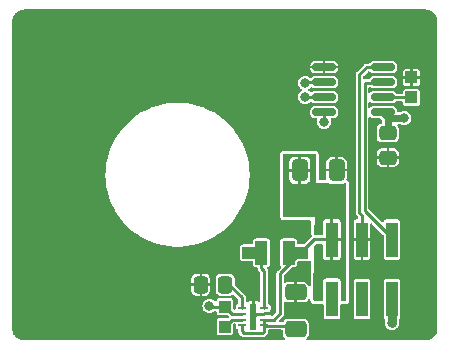
<source format=gbr>
%TF.GenerationSoftware,KiCad,Pcbnew,7.0.2.1-36-g582732918d-dirty-deb11*%
%TF.CreationDate,2023-05-26T12:49:15+00:00*%
%TF.ProjectId,pedalboard-led-ring,70656461-6c62-46f6-9172-642d6c65642d,rev?*%
%TF.SameCoordinates,Original*%
%TF.FileFunction,Copper,L2,Bot*%
%TF.FilePolarity,Positive*%
%FSLAX46Y46*%
G04 Gerber Fmt 4.6, Leading zero omitted, Abs format (unit mm)*
G04 Created by KiCad (PCBNEW 7.0.2.1-36-g582732918d-dirty-deb11) date 2023-05-26 12:49:15*
%MOMM*%
%LPD*%
G01*
G04 APERTURE LIST*
G04 Aperture macros list*
%AMRoundRect*
0 Rectangle with rounded corners*
0 $1 Rounding radius*
0 $2 $3 $4 $5 $6 $7 $8 $9 X,Y pos of 4 corners*
0 Add a 4 corners polygon primitive as box body*
4,1,4,$2,$3,$4,$5,$6,$7,$8,$9,$2,$3,0*
0 Add four circle primitives for the rounded corners*
1,1,$1+$1,$2,$3*
1,1,$1+$1,$4,$5*
1,1,$1+$1,$6,$7*
1,1,$1+$1,$8,$9*
0 Add four rect primitives between the rounded corners*
20,1,$1+$1,$2,$3,$4,$5,0*
20,1,$1+$1,$4,$5,$6,$7,0*
20,1,$1+$1,$6,$7,$8,$9,0*
20,1,$1+$1,$8,$9,$2,$3,0*%
%AMFreePoly0*
4,1,21,0.503536,1.003536,0.505000,1.000000,0.505000,-1.000000,0.503536,-1.003536,0.500000,-1.005000,-0.500000,-1.005000,-0.503536,-1.003536,-0.505000,-1.000000,-0.505000,-0.505000,-1.600000,-0.505000,-1.603536,-0.503536,-1.605000,-0.500000,-1.605000,0.500000,-1.603536,0.503536,-1.600000,0.505000,-0.505000,0.505000,-0.505000,1.000000,-0.503536,1.003536,-0.500000,1.005000,0.500000,1.005000,
0.503536,1.003536,0.503536,1.003536,$1*%
%AMFreePoly1*
4,1,21,0.503536,1.003536,0.505000,1.000000,0.505000,0.505000,1.600000,0.505000,1.603536,0.503536,1.605000,0.500000,1.605000,-0.500000,1.603536,-0.503536,1.600000,-0.505000,0.505000,-0.505000,0.505000,-1.000000,0.503536,-1.003536,0.500000,-1.005000,-0.500000,-1.005000,-0.503536,-1.003536,-0.505000,-1.000000,-0.505000,1.000000,-0.503536,1.003536,-0.500000,1.005000,0.500000,1.005000,
0.503536,1.003536,0.503536,1.003536,$1*%
G04 Aperture macros list end*
%TA.AperFunction,SMDPad,CuDef*%
%ADD10RoundRect,0.150000X-0.825000X-0.150000X0.825000X-0.150000X0.825000X0.150000X-0.825000X0.150000X0*%
%TD*%
%TA.AperFunction,SMDPad,CuDef*%
%ADD11FreePoly0,0.000000*%
%TD*%
%TA.AperFunction,SMDPad,CuDef*%
%ADD12FreePoly1,0.000000*%
%TD*%
%TA.AperFunction,SMDPad,CuDef*%
%ADD13RoundRect,0.250000X-0.412500X-0.650000X0.412500X-0.650000X0.412500X0.650000X-0.412500X0.650000X0*%
%TD*%
%TA.AperFunction,SMDPad,CuDef*%
%ADD14R,1.000000X3.000000*%
%TD*%
%TA.AperFunction,SMDPad,CuDef*%
%ADD15R,1.000000X1.000000*%
%TD*%
%TA.AperFunction,SMDPad,CuDef*%
%ADD16R,0.700000X0.250000*%
%TD*%
%TA.AperFunction,SMDPad,CuDef*%
%ADD17R,0.610000X2.200000*%
%TD*%
%TA.AperFunction,SMDPad,CuDef*%
%ADD18RoundRect,0.250000X-0.475000X0.337500X-0.475000X-0.337500X0.475000X-0.337500X0.475000X0.337500X0*%
%TD*%
%TA.AperFunction,SMDPad,CuDef*%
%ADD19RoundRect,0.250000X0.337500X0.475000X-0.337500X0.475000X-0.337500X-0.475000X0.337500X-0.475000X0*%
%TD*%
%TA.AperFunction,SMDPad,CuDef*%
%ADD20RoundRect,0.250000X0.650000X-0.412500X0.650000X0.412500X-0.650000X0.412500X-0.650000X-0.412500X0*%
%TD*%
%TA.AperFunction,ViaPad*%
%ADD21C,0.800000*%
%TD*%
%TA.AperFunction,Conductor*%
%ADD22C,0.250000*%
%TD*%
%TA.AperFunction,Conductor*%
%ADD23C,0.600000*%
%TD*%
%TA.AperFunction,Conductor*%
%ADD24C,0.800000*%
%TD*%
G04 APERTURE END LIST*
D10*
%TO.P,U1,1,OUT0*%
%TO.N,Net-(D6-KB)*%
X92425000Y-54705000D03*
%TO.P,U1,2,OUT1*%
%TO.N,Net-(D6-KR)*%
X92425000Y-53435000D03*
%TO.P,U1,3,OUT2*%
%TO.N,Net-(D6-KG)*%
X92425000Y-52165000D03*
%TO.P,U1,4,GND*%
%TO.N,GND*%
X92425000Y-50895000D03*
%TO.P,U1,5,SDO*%
%TO.N,Net-(J1-VLED)*%
X97375000Y-50895000D03*
%TO.P,U1,6,SDI*%
%TO.N,Net-(U1-SDI)*%
X97375000Y-52165000D03*
%TO.P,U1,7,IREF*%
%TO.N,Net-(U1-IREF)*%
X97375000Y-53435000D03*
%TO.P,U1,8,VCC*%
%TO.N,VCC*%
X97375000Y-54705000D03*
%TD*%
D11*
%TO.P,L1,1,1*%
%TO.N,Net-(U2-SW)*%
X87100000Y-66600000D03*
D12*
%TO.P,L1,2,2*%
%TO.N,Net-(J1-SDI)*%
X89400000Y-66600000D03*
%TD*%
D13*
%TO.P,C1,1*%
%TO.N,VDC*%
X90337500Y-59600000D03*
%TO.P,C1,2*%
%TO.N,GND*%
X93462500Y-59600000D03*
%TD*%
D14*
%TO.P,J1,1,SDI*%
%TO.N,Net-(J1-SDI)*%
X93060000Y-70520000D03*
%TO.P,J1,2,SDO*%
%TO.N,VDC*%
X93060000Y-65480000D03*
%TO.P,J1,3,VLED*%
%TO.N,Net-(J1-VLED)*%
X95600000Y-70520000D03*
%TO.P,J1,4,VCC*%
%TO.N,GND*%
X95600000Y-65480000D03*
%TO.P,J1,5,GND*%
%TO.N,Net-(U1-SDI)*%
X98140000Y-70520000D03*
%TO.P,J1,6,GND*%
%TO.N,VCC*%
X98140000Y-65480000D03*
%TD*%
D15*
%TO.P,R2,1*%
%TO.N,VDC*%
X84000000Y-71150000D03*
%TO.P,R2,2*%
%TO.N,Net-(U2-FB)*%
X84000000Y-72850000D03*
%TD*%
%TO.P,R1,1*%
%TO.N,Net-(U1-IREF)*%
X99800000Y-53450000D03*
%TO.P,R1,2*%
%TO.N,GND*%
X99800000Y-51750000D03*
%TD*%
D16*
%TO.P,U2,1,SW*%
%TO.N,Net-(U2-SW)*%
X87325000Y-71250000D03*
%TO.P,U2,2,GND*%
%TO.N,GND*%
X87325000Y-71750000D03*
%TO.P,U2,3,VCC*%
%TO.N,Net-(J1-SDI)*%
X87325000Y-72250000D03*
%TO.P,U2,4,CTRL*%
X87325000Y-72750000D03*
%TO.P,U2,5,~SHDN*%
X85475000Y-72750000D03*
%TO.P,U2,6,FB*%
%TO.N,Net-(U2-FB)*%
X85475000Y-72250000D03*
%TO.P,U2,7,VOUT*%
%TO.N,VDC*%
X85475000Y-71750000D03*
%TO.P,U2,8,CAP*%
%TO.N,Net-(U2-CAP)*%
X85475000Y-71250000D03*
D17*
%TO.P,U2,9,EP*%
%TO.N,GND*%
X86400000Y-72000000D03*
%TD*%
D18*
%TO.P,C2,1*%
%TO.N,VCC*%
X97800000Y-56462500D03*
%TO.P,C2,2*%
%TO.N,GND*%
X97800000Y-58537500D03*
%TD*%
D19*
%TO.P,C4,1*%
%TO.N,Net-(U2-CAP)*%
X84037500Y-69300000D03*
%TO.P,C4,2*%
%TO.N,GND*%
X81962500Y-69300000D03*
%TD*%
D20*
%TO.P,C3,1*%
%TO.N,Net-(J1-SDI)*%
X90000000Y-73062500D03*
%TO.P,C3,2*%
%TO.N,GND*%
X90000000Y-69937500D03*
%TD*%
D21*
%TO.N,VDC*%
X89500000Y-61400000D03*
X90500000Y-61400000D03*
X82700000Y-71100000D03*
%TO.N,VCC*%
X98140000Y-72540000D03*
X99200000Y-55200000D03*
%TO.N,Net-(D6-KB)*%
X92400000Y-55500000D03*
%TO.N,Net-(D6-KR)*%
X90800000Y-53400000D03*
%TO.N,Net-(D6-KG)*%
X90800000Y-52200000D03*
%TD*%
D22*
%TO.N,VDC*%
X84000000Y-71150000D02*
X82750000Y-71150000D01*
X85460200Y-71746000D02*
X84596000Y-71746000D01*
X84596000Y-71746000D02*
X84000000Y-71150000D01*
X82750000Y-71150000D02*
X82700000Y-71100000D01*
%TO.N,GND*%
X86654000Y-71746000D02*
X86400000Y-72000000D01*
X86400000Y-72000000D02*
X86400000Y-70200000D01*
X87339800Y-71746000D02*
X86654000Y-71746000D01*
D23*
%TO.N,VCC*%
X97375000Y-54705000D02*
X97375000Y-54775000D01*
X97375000Y-54775000D02*
X97800000Y-55200000D01*
X97800000Y-55200000D02*
X97800000Y-56472500D01*
X97800000Y-55200000D02*
X99200000Y-55200000D01*
D22*
%TO.N,Net-(D6-KB)*%
X92425000Y-54705000D02*
X92425000Y-55475000D01*
X92425000Y-55475000D02*
X92400000Y-55500000D01*
%TO.N,Net-(D6-KR)*%
X90835000Y-53435000D02*
X90800000Y-53400000D01*
X92425000Y-53435000D02*
X90835000Y-53435000D01*
%TO.N,Net-(D6-KG)*%
X92425000Y-52165000D02*
X90835000Y-52165000D01*
X90835000Y-52165000D02*
X90800000Y-52200000D01*
%TO.N,Net-(U1-IREF)*%
X97390000Y-53450000D02*
X97375000Y-53435000D01*
X99400000Y-53450000D02*
X97390000Y-53450000D01*
%TO.N,Net-(J1-VLED)*%
X97370000Y-50900000D02*
X97375000Y-50895000D01*
X95600000Y-65475000D02*
X95600000Y-63400000D01*
X95400000Y-51500000D02*
X96000000Y-50900000D01*
X96000000Y-50900000D02*
X97370000Y-50900000D01*
X95600000Y-63400000D02*
X95400000Y-63200000D01*
X95400000Y-63200000D02*
X95400000Y-51500000D01*
%TO.N,Net-(U2-CAP)*%
X85460200Y-70380200D02*
X84380000Y-69300000D01*
X84380000Y-69300000D02*
X84037500Y-69300000D01*
X85460200Y-71238000D02*
X85460200Y-70380200D01*
%TO.N,Net-(U2-SW)*%
X87339800Y-71238000D02*
X87339800Y-68139800D01*
X87339800Y-68139800D02*
X87100000Y-67900000D01*
X87100000Y-67900000D02*
X87100000Y-66600000D01*
%TO.N,Net-(U2-FB)*%
X84596000Y-72254000D02*
X84000000Y-72850000D01*
X85460200Y-72254000D02*
X84596000Y-72254000D01*
%TO.N,Net-(J1-SDI)*%
X88700000Y-68350000D02*
X91575000Y-65475000D01*
X87200000Y-73400000D02*
X87339800Y-73260200D01*
X87339800Y-72254000D02*
X87339800Y-72762000D01*
X87339800Y-73260200D02*
X87339800Y-72762000D01*
X85460200Y-72762000D02*
X85460200Y-73260200D01*
X88700000Y-71700000D02*
X88700000Y-68350000D01*
X91575000Y-65475000D02*
X93060000Y-65475000D01*
X85460200Y-73260200D02*
X85600000Y-73400000D01*
X89212000Y-72762000D02*
X89400000Y-72950000D01*
X85600000Y-73400000D02*
X87200000Y-73400000D01*
X87339800Y-72762000D02*
X89212000Y-72762000D01*
X87339800Y-72254000D02*
X88146000Y-72254000D01*
X88146000Y-72254000D02*
X88700000Y-71700000D01*
%TO.N,Net-(U1-SDI)*%
X95830000Y-52200000D02*
X95830000Y-63021888D01*
D24*
X98140000Y-72540000D02*
X98140000Y-70525000D01*
D22*
X97375000Y-52165000D02*
X97340000Y-52200000D01*
X97340000Y-52200000D02*
X95830000Y-52200000D01*
X98140000Y-65331888D02*
X98140000Y-65475000D01*
X95830000Y-63021888D02*
X98140000Y-65331888D01*
%TD*%
%TA.AperFunction,Conductor*%
%TO.N,VDC*%
G36*
X91643039Y-58219685D02*
G01*
X91688794Y-58272489D01*
X91700000Y-58324000D01*
X91700000Y-60700000D01*
X92801931Y-60700000D01*
X92845262Y-60707817D01*
X92942517Y-60744091D01*
X93002127Y-60750500D01*
X93922872Y-60750499D01*
X93982483Y-60744091D01*
X94079736Y-60707817D01*
X94123069Y-60700000D01*
X94176000Y-60700000D01*
X94243039Y-60719685D01*
X94288794Y-60772489D01*
X94300000Y-60824000D01*
X94300000Y-70576000D01*
X94280315Y-70643039D01*
X94227511Y-70688794D01*
X94176000Y-70700000D01*
X93934500Y-70700000D01*
X93867461Y-70680315D01*
X93821706Y-70627511D01*
X93810500Y-70576000D01*
X93810500Y-68995325D01*
X93795966Y-68922261D01*
X93795966Y-68922260D01*
X93740601Y-68839399D01*
X93657740Y-68784034D01*
X93657739Y-68784033D01*
X93657738Y-68784033D01*
X93584675Y-68769500D01*
X93584674Y-68769500D01*
X92535326Y-68769500D01*
X92535325Y-68769500D01*
X92462261Y-68784033D01*
X92379399Y-68839399D01*
X92324033Y-68922261D01*
X92309500Y-68995325D01*
X92309500Y-70576000D01*
X92289815Y-70643039D01*
X92237011Y-70688794D01*
X92185500Y-70700000D01*
X91625759Y-70700000D01*
X91558720Y-70680315D01*
X91512965Y-70627511D01*
X91501771Y-70574254D01*
X91565276Y-66065389D01*
X91585903Y-65998634D01*
X91601579Y-65979457D01*
X91694219Y-65886818D01*
X91755544Y-65853334D01*
X91781901Y-65850500D01*
X92186000Y-65850500D01*
X92253039Y-65870185D01*
X92298794Y-65922989D01*
X92310000Y-65974500D01*
X92310000Y-67004624D01*
X92324504Y-67077543D01*
X92379760Y-67160239D01*
X92462456Y-67215495D01*
X92535375Y-67230000D01*
X92935000Y-67230000D01*
X92935000Y-65974500D01*
X92954685Y-65907461D01*
X93007489Y-65861706D01*
X93059000Y-65850500D01*
X93061000Y-65850500D01*
X93128039Y-65870185D01*
X93173794Y-65922989D01*
X93185000Y-65974500D01*
X93185000Y-67230000D01*
X93584625Y-67230000D01*
X93657543Y-67215495D01*
X93740239Y-67160239D01*
X93795495Y-67077543D01*
X93810000Y-67004624D01*
X93810000Y-65605000D01*
X93560715Y-65605000D01*
X93493676Y-65585315D01*
X93447921Y-65532511D01*
X93437135Y-65470805D01*
X93437300Y-65468805D01*
X93462430Y-65403611D01*
X93518817Y-65362352D01*
X93560880Y-65355000D01*
X93810000Y-65355000D01*
X93810000Y-63955375D01*
X93795495Y-63882456D01*
X93740239Y-63799760D01*
X93657543Y-63744504D01*
X93584625Y-63730000D01*
X93185000Y-63730000D01*
X93185000Y-64975500D01*
X93165315Y-65042539D01*
X93112511Y-65088294D01*
X93061000Y-65099500D01*
X93059000Y-65099500D01*
X92991961Y-65079815D01*
X92946206Y-65027011D01*
X92935000Y-64975500D01*
X92935000Y-63730000D01*
X92535375Y-63730000D01*
X92462456Y-63744504D01*
X92379760Y-63799760D01*
X92324504Y-63882456D01*
X92310000Y-63955375D01*
X92310000Y-64975500D01*
X92290315Y-65042539D01*
X92237511Y-65088294D01*
X92186000Y-65099500D01*
X91704639Y-65099500D01*
X91637600Y-65079815D01*
X91591845Y-65027011D01*
X91580651Y-64973754D01*
X91600000Y-63600000D01*
X91599999Y-63600000D01*
X89024000Y-63600000D01*
X88956961Y-63580315D01*
X88911206Y-63527511D01*
X88900000Y-63476000D01*
X88900000Y-59725000D01*
X89425000Y-59725000D01*
X89425000Y-60294518D01*
X89425354Y-60301132D01*
X89431400Y-60357371D01*
X89481647Y-60492089D01*
X89567811Y-60607188D01*
X89682910Y-60693352D01*
X89817628Y-60743599D01*
X89873867Y-60749645D01*
X89880482Y-60750000D01*
X90212500Y-60750000D01*
X90212500Y-59725000D01*
X90462500Y-59725000D01*
X90462500Y-60750000D01*
X90794518Y-60750000D01*
X90801132Y-60749645D01*
X90857371Y-60743599D01*
X90992089Y-60693352D01*
X91107188Y-60607188D01*
X91193352Y-60492089D01*
X91243599Y-60357371D01*
X91249645Y-60301132D01*
X91250000Y-60294518D01*
X91250000Y-59725000D01*
X90462500Y-59725000D01*
X90212500Y-59725000D01*
X89425000Y-59725000D01*
X88900000Y-59725000D01*
X88900000Y-59475000D01*
X89425000Y-59475000D01*
X90212500Y-59475000D01*
X90212500Y-58450000D01*
X90462500Y-58450000D01*
X90462500Y-59475000D01*
X91250000Y-59475000D01*
X91250000Y-58905481D01*
X91249645Y-58898867D01*
X91243599Y-58842628D01*
X91193352Y-58707910D01*
X91107188Y-58592811D01*
X90992089Y-58506647D01*
X90857371Y-58456400D01*
X90801132Y-58450354D01*
X90794518Y-58450000D01*
X90462500Y-58450000D01*
X90212500Y-58450000D01*
X89880482Y-58450000D01*
X89873867Y-58450354D01*
X89817628Y-58456400D01*
X89682910Y-58506647D01*
X89567811Y-58592811D01*
X89481647Y-58707910D01*
X89431400Y-58842628D01*
X89425354Y-58898867D01*
X89425000Y-58905481D01*
X89425000Y-59475000D01*
X88900000Y-59475000D01*
X88900000Y-58324000D01*
X88919685Y-58256961D01*
X88972489Y-58211206D01*
X89024000Y-58200000D01*
X91576000Y-58200000D01*
X91643039Y-58219685D01*
G37*
%TD.AperFunction*%
%TD*%
%TA.AperFunction,Conductor*%
%TO.N,GND*%
G36*
X101004309Y-46000877D02*
G01*
X101045519Y-46004482D01*
X101173820Y-46017120D01*
X101189703Y-46020010D01*
X101256837Y-46037998D01*
X101259807Y-46038846D01*
X101353264Y-46067196D01*
X101366359Y-46072207D01*
X101434466Y-46103966D01*
X101439295Y-46106380D01*
X101520369Y-46149715D01*
X101530485Y-46155929D01*
X101593673Y-46200174D01*
X101599693Y-46204742D01*
X101669396Y-46261945D01*
X101676596Y-46268469D01*
X101731529Y-46323402D01*
X101738053Y-46330602D01*
X101795256Y-46400305D01*
X101799824Y-46406325D01*
X101844069Y-46469513D01*
X101850283Y-46479629D01*
X101893618Y-46560703D01*
X101896032Y-46565532D01*
X101927791Y-46633639D01*
X101932804Y-46646739D01*
X101961129Y-46740112D01*
X101962019Y-46743228D01*
X101979986Y-46810282D01*
X101982882Y-46826202D01*
X101995523Y-46954554D01*
X101999124Y-46995699D01*
X101999500Y-47004316D01*
X101999500Y-72995676D01*
X101999123Y-73004307D01*
X101995523Y-73045445D01*
X101982882Y-73173799D01*
X101979986Y-73189713D01*
X101962019Y-73256769D01*
X101961129Y-73259886D01*
X101932804Y-73353259D01*
X101927791Y-73366359D01*
X101896032Y-73434466D01*
X101893618Y-73439295D01*
X101850283Y-73520369D01*
X101844069Y-73530485D01*
X101799824Y-73593673D01*
X101795256Y-73599693D01*
X101738053Y-73669396D01*
X101731529Y-73676596D01*
X101676596Y-73731529D01*
X101669396Y-73738053D01*
X101599693Y-73795256D01*
X101593673Y-73799824D01*
X101530485Y-73844069D01*
X101520369Y-73850283D01*
X101439295Y-73893618D01*
X101434466Y-73896032D01*
X101366359Y-73927791D01*
X101353259Y-73932804D01*
X101259886Y-73961129D01*
X101256770Y-73962019D01*
X101189716Y-73979986D01*
X101173796Y-73982882D01*
X101045445Y-73995523D01*
X101013912Y-73998282D01*
X101004294Y-73999124D01*
X100995684Y-73999500D01*
X90998832Y-73999500D01*
X90940641Y-73980593D01*
X90904677Y-73931093D01*
X90904677Y-73869907D01*
X90940044Y-73820845D01*
X90972150Y-73797150D01*
X91052793Y-73687882D01*
X91097646Y-73559699D01*
X91100500Y-73529266D01*
X91100500Y-72595734D01*
X91097646Y-72565301D01*
X91052793Y-72437118D01*
X90972150Y-72327850D01*
X90862882Y-72247207D01*
X90734699Y-72202354D01*
X90734697Y-72202353D01*
X90734695Y-72202353D01*
X90706577Y-72199716D01*
X90706561Y-72199715D01*
X90704266Y-72199500D01*
X89295734Y-72199500D01*
X89293439Y-72199715D01*
X89293422Y-72199716D01*
X89265304Y-72202353D01*
X89265301Y-72202353D01*
X89265301Y-72202354D01*
X89137118Y-72247207D01*
X89137117Y-72247207D01*
X89137116Y-72247208D01*
X89103837Y-72271769D01*
X89027850Y-72327850D01*
X88978478Y-72394748D01*
X88977341Y-72396288D01*
X88927574Y-72431881D01*
X88897686Y-72436500D01*
X88662834Y-72436500D01*
X88604643Y-72417593D01*
X88568679Y-72368093D01*
X88568679Y-72306907D01*
X88592830Y-72267497D01*
X88917061Y-71943265D01*
X88923430Y-71937429D01*
X88924975Y-71936133D01*
X88953194Y-71912455D01*
X88972624Y-71878799D01*
X88977252Y-71871532D01*
X88999554Y-71839684D01*
X88999943Y-71838229D01*
X89009837Y-71814345D01*
X89010588Y-71813045D01*
X89017340Y-71774748D01*
X89019197Y-71766371D01*
X89029263Y-71728807D01*
X89025877Y-71690102D01*
X89025500Y-71681473D01*
X89025500Y-70852733D01*
X89044407Y-70794542D01*
X89093907Y-70758578D01*
X89155093Y-70758578D01*
X89157198Y-70759289D01*
X89265396Y-70797149D01*
X89293484Y-70799783D01*
X89298108Y-70799999D01*
X89899998Y-70799999D01*
X89900000Y-70799998D01*
X89900000Y-69075001D01*
X89899999Y-69075000D01*
X89298112Y-69075000D01*
X89293495Y-69075216D01*
X89265395Y-69077851D01*
X89157197Y-69115711D01*
X89096027Y-69117083D01*
X89045733Y-69082239D01*
X89025525Y-69024487D01*
X89025500Y-69022266D01*
X89025500Y-68525834D01*
X89044407Y-68467643D01*
X89054496Y-68455830D01*
X89671902Y-67838424D01*
X89726419Y-67810647D01*
X89741906Y-67809428D01*
X89888173Y-67809428D01*
X89897460Y-67810342D01*
X89899987Y-67809839D01*
X89899991Y-67809840D01*
X89978223Y-67794282D01*
X89980049Y-67793525D01*
X89981876Y-67792815D01*
X89982055Y-67792694D01*
X89982061Y-67792693D01*
X90048382Y-67748377D01*
X90092695Y-67682055D01*
X90093849Y-67679269D01*
X90094261Y-67678275D01*
X90094269Y-67678254D01*
X90109840Y-67600025D01*
X90109839Y-67600023D01*
X90110341Y-67597504D01*
X90109427Y-67588218D01*
X90109427Y-67441904D01*
X90128334Y-67383714D01*
X90138416Y-67371909D01*
X90171903Y-67338422D01*
X90226419Y-67310647D01*
X90241905Y-67309428D01*
X90988173Y-67309428D01*
X90997460Y-67310342D01*
X90999987Y-67309839D01*
X90999991Y-67309840D01*
X91078223Y-67294282D01*
X91080049Y-67293525D01*
X91081876Y-67292815D01*
X91082055Y-67292694D01*
X91082061Y-67292693D01*
X91137818Y-67255435D01*
X91196705Y-67238827D01*
X91254109Y-67260004D01*
X91288103Y-67310877D01*
X91291810Y-67339145D01*
X91263697Y-69335114D01*
X91243972Y-69393033D01*
X91193971Y-69428296D01*
X91132791Y-69427434D01*
X91083803Y-69390777D01*
X91071262Y-69366416D01*
X91052346Y-69312354D01*
X90971791Y-69203208D01*
X90862645Y-69122654D01*
X90734601Y-69077850D01*
X90706515Y-69075216D01*
X90701892Y-69075000D01*
X90100000Y-69075000D01*
X90100000Y-70799998D01*
X90100001Y-70799999D01*
X90701888Y-70799999D01*
X90706504Y-70799783D01*
X90734604Y-70797148D01*
X90862645Y-70752345D01*
X90971791Y-70671791D01*
X91052346Y-70562644D01*
X91055034Y-70554963D01*
X91092098Y-70506281D01*
X91150698Y-70488683D01*
X91208450Y-70508890D01*
X91243296Y-70559183D01*
X91247018Y-70578113D01*
X91251471Y-70624090D01*
X91251472Y-70624101D01*
X91251735Y-70626809D01*
X91252297Y-70629482D01*
X91262636Y-70678675D01*
X91262641Y-70678695D01*
X91262929Y-70680066D01*
X91270540Y-70708198D01*
X91319871Y-70794828D01*
X91365626Y-70847632D01*
X91398400Y-70879257D01*
X91486735Y-70925465D01*
X91547263Y-70943238D01*
X91553774Y-70945150D01*
X91625756Y-70955500D01*
X91625759Y-70955500D01*
X92182853Y-70955500D01*
X92185500Y-70955500D01*
X92239813Y-70949661D01*
X92242404Y-70949097D01*
X92244659Y-70948732D01*
X92305125Y-70958084D01*
X92348546Y-71001192D01*
X92359500Y-71046456D01*
X92359500Y-72039748D01*
X92365518Y-72070003D01*
X92371133Y-72098231D01*
X92415447Y-72164552D01*
X92451605Y-72188712D01*
X92481769Y-72208867D01*
X92540252Y-72220500D01*
X92540253Y-72220500D01*
X93579747Y-72220500D01*
X93579748Y-72220500D01*
X93638231Y-72208867D01*
X93704552Y-72164552D01*
X93748867Y-72098231D01*
X93760500Y-72039748D01*
X94899500Y-72039748D01*
X94905518Y-72070003D01*
X94911133Y-72098231D01*
X94955447Y-72164552D01*
X94991605Y-72188712D01*
X95021769Y-72208867D01*
X95080252Y-72220500D01*
X95080253Y-72220500D01*
X96119747Y-72220500D01*
X96119748Y-72220500D01*
X96178231Y-72208867D01*
X96244552Y-72164552D01*
X96288867Y-72098231D01*
X96300500Y-72039748D01*
X97439500Y-72039748D01*
X97451133Y-72098231D01*
X97495448Y-72164552D01*
X97495501Y-72164587D01*
X97533381Y-72212637D01*
X97539500Y-72246903D01*
X97539500Y-72494149D01*
X97538653Y-72507070D01*
X97534318Y-72540000D01*
X97543511Y-72609826D01*
X97548662Y-72648955D01*
X97554955Y-72696761D01*
X97615464Y-72842841D01*
X97711717Y-72968282D01*
X97807970Y-73042139D01*
X97837159Y-73064536D01*
X97983238Y-73125044D01*
X98140000Y-73145682D01*
X98296762Y-73125044D01*
X98442841Y-73064536D01*
X98568282Y-72968282D01*
X98664536Y-72842841D01*
X98725044Y-72696762D01*
X98731338Y-72648955D01*
X98745682Y-72540000D01*
X98741347Y-72507070D01*
X98740500Y-72494149D01*
X98740500Y-72246903D01*
X98759407Y-72188712D01*
X98784497Y-72164588D01*
X98784552Y-72164552D01*
X98828867Y-72098231D01*
X98840500Y-72039748D01*
X98840500Y-69000252D01*
X98828867Y-68941769D01*
X98814162Y-68919762D01*
X98784552Y-68875447D01*
X98718231Y-68831133D01*
X98718230Y-68831132D01*
X98659748Y-68819500D01*
X97620252Y-68819500D01*
X97591010Y-68825316D01*
X97561768Y-68831133D01*
X97495447Y-68875447D01*
X97451133Y-68941768D01*
X97451132Y-68941769D01*
X97451133Y-68941769D01*
X97439500Y-69000252D01*
X97439500Y-72039748D01*
X96300500Y-72039748D01*
X96300500Y-69000252D01*
X96288867Y-68941769D01*
X96274162Y-68919762D01*
X96244552Y-68875447D01*
X96178231Y-68831133D01*
X96178230Y-68831132D01*
X96119748Y-68819500D01*
X95080252Y-68819500D01*
X95051010Y-68825316D01*
X95021768Y-68831133D01*
X94955447Y-68875447D01*
X94911133Y-68941768D01*
X94911132Y-68941769D01*
X94911133Y-68941769D01*
X94899500Y-69000252D01*
X94899500Y-72039748D01*
X93760500Y-72039748D01*
X93760500Y-71044734D01*
X93779407Y-70986543D01*
X93828907Y-70950579D01*
X93873588Y-70946742D01*
X93917218Y-70953015D01*
X93934499Y-70955500D01*
X93934500Y-70955500D01*
X94173353Y-70955500D01*
X94176000Y-70955500D01*
X94230313Y-70949661D01*
X94281824Y-70938455D01*
X94308198Y-70931219D01*
X94394828Y-70881888D01*
X94447632Y-70836133D01*
X94479257Y-70803359D01*
X94525465Y-70715024D01*
X94545150Y-70647985D01*
X94555500Y-70576000D01*
X94555500Y-66999697D01*
X94900000Y-66999697D01*
X94911604Y-67058036D01*
X94955807Y-67124192D01*
X95021963Y-67168395D01*
X95080303Y-67180000D01*
X95499999Y-67180000D01*
X95500000Y-67179999D01*
X95500000Y-65899500D01*
X95518907Y-65841309D01*
X95568407Y-65805345D01*
X95599000Y-65800500D01*
X95601000Y-65800500D01*
X95659191Y-65819407D01*
X95695155Y-65868907D01*
X95700000Y-65899500D01*
X95700000Y-67179999D01*
X95700001Y-67180000D01*
X96119697Y-67180000D01*
X96178036Y-67168395D01*
X96244192Y-67124192D01*
X96288395Y-67058036D01*
X96300000Y-66999697D01*
X96300000Y-65580001D01*
X96299999Y-65580000D01*
X96024500Y-65580000D01*
X95966309Y-65561093D01*
X95930345Y-65511593D01*
X95925500Y-65481000D01*
X95925500Y-65479000D01*
X95944407Y-65420809D01*
X95993907Y-65384845D01*
X96024500Y-65380000D01*
X96299999Y-65380000D01*
X96300000Y-65379998D01*
X96300000Y-64191222D01*
X96318907Y-64133031D01*
X96368407Y-64097067D01*
X96429593Y-64097067D01*
X96469004Y-64121218D01*
X97410504Y-65062718D01*
X97438281Y-65117235D01*
X97439500Y-65132722D01*
X97439500Y-66999746D01*
X97451133Y-67058231D01*
X97495447Y-67124552D01*
X97539762Y-67154162D01*
X97561769Y-67168867D01*
X97620252Y-67180500D01*
X97620253Y-67180500D01*
X98659747Y-67180500D01*
X98659748Y-67180500D01*
X98718231Y-67168867D01*
X98784552Y-67124552D01*
X98828867Y-67058231D01*
X98840500Y-66999748D01*
X98840500Y-63960252D01*
X98828867Y-63901769D01*
X98791035Y-63845150D01*
X98784552Y-63835447D01*
X98718231Y-63791133D01*
X98718230Y-63791132D01*
X98659748Y-63779500D01*
X97620252Y-63779500D01*
X97591010Y-63785316D01*
X97561768Y-63791133D01*
X97495447Y-63835447D01*
X97451133Y-63901768D01*
X97440658Y-63954428D01*
X97410760Y-64007812D01*
X97355195Y-64033427D01*
X97295185Y-64021490D01*
X97273556Y-64005117D01*
X96184496Y-62916057D01*
X96156719Y-62861540D01*
X96155500Y-62846053D01*
X96155500Y-58637500D01*
X96875001Y-58637500D01*
X96875001Y-58926888D01*
X96875216Y-58931504D01*
X96877851Y-58959604D01*
X96922654Y-59087645D01*
X97003208Y-59196791D01*
X97112354Y-59277345D01*
X97240398Y-59322149D01*
X97268484Y-59324783D01*
X97273108Y-59324999D01*
X97699998Y-59324999D01*
X97700000Y-59324998D01*
X97700000Y-58637500D01*
X97900000Y-58637500D01*
X97900000Y-59324998D01*
X97900001Y-59324999D01*
X98326888Y-59324999D01*
X98331504Y-59324783D01*
X98359604Y-59322148D01*
X98487645Y-59277345D01*
X98596791Y-59196791D01*
X98677345Y-59087645D01*
X98722149Y-58959601D01*
X98724783Y-58931515D01*
X98725000Y-58926891D01*
X98725000Y-58637501D01*
X98724999Y-58637500D01*
X97900000Y-58637500D01*
X97700000Y-58637500D01*
X96875001Y-58637500D01*
X96155500Y-58637500D01*
X96155500Y-58437498D01*
X96875000Y-58437498D01*
X96875001Y-58437500D01*
X97699999Y-58437500D01*
X97700000Y-58437499D01*
X97900000Y-58437499D01*
X97900001Y-58437500D01*
X98724998Y-58437500D01*
X98724999Y-58437498D01*
X98724999Y-58148112D01*
X98724783Y-58143495D01*
X98722148Y-58115395D01*
X98677345Y-57987354D01*
X98596791Y-57878208D01*
X98487645Y-57797654D01*
X98359601Y-57752850D01*
X98331515Y-57750216D01*
X98326892Y-57750000D01*
X97900001Y-57750000D01*
X97900000Y-57750001D01*
X97900000Y-58437499D01*
X97700000Y-58437499D01*
X97700000Y-57750001D01*
X97699999Y-57750000D01*
X97273112Y-57750000D01*
X97268495Y-57750216D01*
X97240395Y-57752851D01*
X97112354Y-57797654D01*
X97003208Y-57878208D01*
X96922654Y-57987354D01*
X96877850Y-58115398D01*
X96875216Y-58143484D01*
X96875000Y-58148108D01*
X96875000Y-58437498D01*
X96155500Y-58437498D01*
X96155500Y-55195188D01*
X96174407Y-55136997D01*
X96223907Y-55101033D01*
X96285093Y-55101033D01*
X96324501Y-55125182D01*
X96343517Y-55144198D01*
X96448607Y-55195573D01*
X96516740Y-55205500D01*
X97056678Y-55205500D01*
X97114869Y-55224407D01*
X97126682Y-55234496D01*
X97270504Y-55378318D01*
X97298281Y-55432835D01*
X97299500Y-55448322D01*
X97299500Y-55586395D01*
X97280593Y-55644586D01*
X97233198Y-55679839D01*
X97112118Y-55722206D01*
X97002850Y-55802850D01*
X96922208Y-55912116D01*
X96877353Y-56040304D01*
X96874716Y-56068422D01*
X96874715Y-56068439D01*
X96874500Y-56070734D01*
X96874500Y-56854266D01*
X96874715Y-56856561D01*
X96874716Y-56856577D01*
X96877353Y-56884695D01*
X96877353Y-56884697D01*
X96877354Y-56884699D01*
X96922207Y-57012882D01*
X97002850Y-57122150D01*
X97112118Y-57202793D01*
X97240301Y-57247646D01*
X97270734Y-57250500D01*
X97273045Y-57250500D01*
X98326955Y-57250500D01*
X98329266Y-57250500D01*
X98359699Y-57247646D01*
X98487882Y-57202793D01*
X98597150Y-57122150D01*
X98677793Y-57012882D01*
X98722646Y-56884699D01*
X98725500Y-56854266D01*
X98725500Y-56070734D01*
X98722646Y-56040301D01*
X98677793Y-55912118D01*
X98638065Y-55858288D01*
X98618723Y-55800240D01*
X98637194Y-55741910D01*
X98686424Y-55705577D01*
X98717720Y-55700500D01*
X98832229Y-55700500D01*
X98890420Y-55719407D01*
X98892451Y-55720923D01*
X98897159Y-55724536D01*
X99043238Y-55785044D01*
X99200000Y-55805682D01*
X99356762Y-55785044D01*
X99502841Y-55724536D01*
X99628282Y-55628282D01*
X99724536Y-55502841D01*
X99785044Y-55356762D01*
X99805682Y-55200000D01*
X99785044Y-55043238D01*
X99724536Y-54897159D01*
X99702139Y-54867970D01*
X99628282Y-54771717D01*
X99502841Y-54675464D01*
X99356761Y-54614955D01*
X99200000Y-54594318D01*
X99043238Y-54614955D01*
X98897160Y-54675463D01*
X98897158Y-54675464D01*
X98897159Y-54675464D01*
X98892493Y-54679043D01*
X98834820Y-54699466D01*
X98832229Y-54699500D01*
X98649500Y-54699500D01*
X98591309Y-54680593D01*
X98555345Y-54631093D01*
X98550500Y-54600500D01*
X98550500Y-54521743D01*
X98550500Y-54521740D01*
X98540573Y-54453607D01*
X98489198Y-54348517D01*
X98406483Y-54265802D01*
X98301393Y-54214427D01*
X98233260Y-54204500D01*
X96516740Y-54204500D01*
X96465640Y-54211945D01*
X96448606Y-54214427D01*
X96343515Y-54265802D01*
X96324502Y-54284816D01*
X96269985Y-54312592D01*
X96209554Y-54303020D01*
X96166290Y-54259755D01*
X96155500Y-54214811D01*
X96155500Y-53925187D01*
X96174407Y-53866996D01*
X96223907Y-53831032D01*
X96285093Y-53831032D01*
X96324502Y-53855183D01*
X96343517Y-53874198D01*
X96448607Y-53925573D01*
X96516740Y-53935500D01*
X96516743Y-53935500D01*
X98233257Y-53935500D01*
X98233260Y-53935500D01*
X98301393Y-53925573D01*
X98406483Y-53874198D01*
X98476186Y-53804494D01*
X98530701Y-53776719D01*
X98546188Y-53775500D01*
X99000500Y-53775500D01*
X99058691Y-53794407D01*
X99094655Y-53843907D01*
X99099500Y-53874500D01*
X99099500Y-53969746D01*
X99111133Y-54028231D01*
X99155447Y-54094552D01*
X99199761Y-54124162D01*
X99221769Y-54138867D01*
X99280252Y-54150500D01*
X99280253Y-54150500D01*
X100319747Y-54150500D01*
X100319748Y-54150500D01*
X100378231Y-54138867D01*
X100444552Y-54094552D01*
X100488867Y-54028231D01*
X100500500Y-53969748D01*
X100500500Y-52930252D01*
X100488867Y-52871769D01*
X100474162Y-52849761D01*
X100444552Y-52805447D01*
X100378231Y-52761133D01*
X100378230Y-52761132D01*
X100319748Y-52749500D01*
X99280252Y-52749500D01*
X99251010Y-52755316D01*
X99221768Y-52761133D01*
X99155447Y-52805447D01*
X99111133Y-52871768D01*
X99099500Y-52930253D01*
X99099500Y-53025500D01*
X99080593Y-53083691D01*
X99031093Y-53119655D01*
X99000500Y-53124500D01*
X98573476Y-53124500D01*
X98515285Y-53105593D01*
X98501682Y-53089395D01*
X98500879Y-53090199D01*
X98489198Y-53078518D01*
X98489198Y-53078517D01*
X98406483Y-52995802D01*
X98301393Y-52944427D01*
X98233260Y-52934500D01*
X96516740Y-52934500D01*
X96465640Y-52941945D01*
X96448606Y-52944427D01*
X96343518Y-52995801D01*
X96343517Y-52995801D01*
X96343517Y-52995802D01*
X96324501Y-53014817D01*
X96269987Y-53042593D01*
X96209555Y-53033022D01*
X96166290Y-52989757D01*
X96155500Y-52944812D01*
X96155500Y-52655188D01*
X96174407Y-52596997D01*
X96223907Y-52561033D01*
X96285093Y-52561033D01*
X96324501Y-52585182D01*
X96343517Y-52604198D01*
X96448607Y-52655573D01*
X96516740Y-52665500D01*
X96516743Y-52665500D01*
X98233257Y-52665500D01*
X98233260Y-52665500D01*
X98301393Y-52655573D01*
X98406483Y-52604198D01*
X98489198Y-52521483D01*
X98540573Y-52416393D01*
X98550500Y-52348260D01*
X98550500Y-51981740D01*
X98540573Y-51913607D01*
X98509478Y-51850001D01*
X99099999Y-51850001D01*
X99100000Y-52269697D01*
X99111604Y-52328036D01*
X99155807Y-52394192D01*
X99221963Y-52438395D01*
X99280303Y-52450000D01*
X99699999Y-52450000D01*
X99700000Y-52449999D01*
X99700000Y-51850001D01*
X99699999Y-51850000D01*
X99900000Y-51850000D01*
X99900000Y-52449999D01*
X99900001Y-52450000D01*
X100319697Y-52450000D01*
X100378036Y-52438395D01*
X100444192Y-52394192D01*
X100488395Y-52328036D01*
X100500000Y-52269697D01*
X100500000Y-51850001D01*
X100499999Y-51850000D01*
X99900000Y-51850000D01*
X99699999Y-51850000D01*
X99100001Y-51850000D01*
X99099999Y-51850001D01*
X98509478Y-51850001D01*
X98489198Y-51808517D01*
X98406483Y-51725802D01*
X98301393Y-51674427D01*
X98233260Y-51664500D01*
X96516740Y-51664500D01*
X96465640Y-51671945D01*
X96448606Y-51674427D01*
X96343518Y-51725801D01*
X96343517Y-51725802D01*
X96260802Y-51808517D01*
X96255685Y-51818982D01*
X96213143Y-51862955D01*
X96166746Y-51874500D01*
X95824500Y-51874500D01*
X95766309Y-51855593D01*
X95730345Y-51806093D01*
X95725500Y-51775500D01*
X95725500Y-51675832D01*
X95733894Y-51649998D01*
X99099999Y-51649998D01*
X99100001Y-51650000D01*
X99699999Y-51650000D01*
X99700000Y-51649999D01*
X99900000Y-51649999D01*
X99900001Y-51650000D01*
X100499999Y-51650000D01*
X100500000Y-51649999D01*
X100500000Y-51230302D01*
X100488395Y-51171963D01*
X100444192Y-51105807D01*
X100378036Y-51061604D01*
X100319697Y-51050000D01*
X99900001Y-51050000D01*
X99900000Y-51050001D01*
X99900000Y-51649999D01*
X99700000Y-51649999D01*
X99700000Y-51649998D01*
X99700000Y-51050001D01*
X99699999Y-51050000D01*
X99280303Y-51050000D01*
X99221963Y-51061604D01*
X99155807Y-51105807D01*
X99111604Y-51171963D01*
X99100000Y-51230302D01*
X99099999Y-51649998D01*
X95733894Y-51649998D01*
X95744407Y-51617641D01*
X95754497Y-51605828D01*
X96105830Y-51254496D01*
X96160346Y-51226719D01*
X96175833Y-51225500D01*
X96193812Y-51225500D01*
X96252003Y-51244407D01*
X96263809Y-51254490D01*
X96343517Y-51334198D01*
X96448607Y-51385573D01*
X96516740Y-51395500D01*
X96516743Y-51395500D01*
X98233257Y-51395500D01*
X98233260Y-51395500D01*
X98301393Y-51385573D01*
X98406483Y-51334198D01*
X98489198Y-51251483D01*
X98540573Y-51146393D01*
X98550500Y-51078260D01*
X98550500Y-50711740D01*
X98540573Y-50643607D01*
X98489198Y-50538517D01*
X98406483Y-50455802D01*
X98301393Y-50404427D01*
X98233260Y-50394500D01*
X96516740Y-50394500D01*
X96465640Y-50401945D01*
X96448606Y-50404427D01*
X96343518Y-50455801D01*
X96343517Y-50455801D01*
X96343517Y-50455802D01*
X96260802Y-50538517D01*
X96260801Y-50538518D01*
X96253816Y-50545504D01*
X96199299Y-50573281D01*
X96183812Y-50574500D01*
X96018526Y-50574500D01*
X96009898Y-50574123D01*
X96007971Y-50573954D01*
X95971193Y-50570736D01*
X95933656Y-50580794D01*
X95925227Y-50582663D01*
X95886954Y-50589412D01*
X95885645Y-50590168D01*
X95861780Y-50600053D01*
X95860318Y-50600444D01*
X95828484Y-50622734D01*
X95821204Y-50627371D01*
X95787544Y-50646805D01*
X95762569Y-50676569D01*
X95756736Y-50682936D01*
X95182940Y-51256732D01*
X95176574Y-51262565D01*
X95146804Y-51287545D01*
X95127371Y-51321204D01*
X95122734Y-51328484D01*
X95100444Y-51360318D01*
X95100053Y-51361780D01*
X95090168Y-51385645D01*
X95089410Y-51386956D01*
X95082662Y-51425223D01*
X95080794Y-51433649D01*
X95070735Y-51471191D01*
X95074123Y-51509903D01*
X95074500Y-51518533D01*
X95074500Y-63181465D01*
X95074123Y-63190095D01*
X95070735Y-63228806D01*
X95080795Y-63266350D01*
X95082663Y-63274778D01*
X95089411Y-63313042D01*
X95089412Y-63313045D01*
X95090166Y-63314352D01*
X95100055Y-63338225D01*
X95100446Y-63339685D01*
X95122732Y-63371514D01*
X95127370Y-63378794D01*
X95146803Y-63412452D01*
X95146805Y-63412454D01*
X95146806Y-63412455D01*
X95176583Y-63437441D01*
X95182938Y-63443264D01*
X95245504Y-63505830D01*
X95273281Y-63560347D01*
X95274500Y-63575834D01*
X95274500Y-63681000D01*
X95255593Y-63739191D01*
X95206093Y-63775155D01*
X95175500Y-63780000D01*
X95080303Y-63780000D01*
X95021963Y-63791604D01*
X94955807Y-63835807D01*
X94911604Y-63901963D01*
X94900000Y-63960302D01*
X94900000Y-65379999D01*
X94900001Y-65380000D01*
X95175500Y-65380000D01*
X95233691Y-65398907D01*
X95269655Y-65448407D01*
X95274500Y-65479000D01*
X95274500Y-65481000D01*
X95255593Y-65539191D01*
X95206093Y-65575155D01*
X95175500Y-65580000D01*
X94900000Y-65580000D01*
X94900000Y-66999697D01*
X94555500Y-66999697D01*
X94555500Y-60824000D01*
X94549661Y-60769687D01*
X94538455Y-60718176D01*
X94531219Y-60691802D01*
X94481888Y-60605172D01*
X94436133Y-60552368D01*
X94403359Y-60520743D01*
X94403358Y-60520742D01*
X94355474Y-60495694D01*
X94312675Y-60451968D01*
X94303753Y-60391436D01*
X94307918Y-60375273D01*
X94322149Y-60334603D01*
X94324783Y-60306515D01*
X94325000Y-60301891D01*
X94325000Y-59700001D01*
X94324999Y-59700000D01*
X92600001Y-59700000D01*
X92600001Y-60301888D01*
X92600216Y-60306506D01*
X92603006Y-60336261D01*
X92589612Y-60395962D01*
X92543684Y-60436389D01*
X92504438Y-60444500D01*
X92054500Y-60444500D01*
X91996309Y-60425593D01*
X91960345Y-60376093D01*
X91955500Y-60345500D01*
X91955500Y-59499999D01*
X92600000Y-59499999D01*
X92600001Y-59500000D01*
X93362499Y-59500000D01*
X93362500Y-59499998D01*
X93362500Y-58500001D01*
X93362499Y-58500000D01*
X93562500Y-58500000D01*
X93562500Y-59499998D01*
X93562501Y-59500000D01*
X94324998Y-59500000D01*
X94324999Y-59499999D01*
X94324999Y-58898112D01*
X94324783Y-58893495D01*
X94322148Y-58865395D01*
X94277345Y-58737354D01*
X94196791Y-58628208D01*
X94087645Y-58547654D01*
X93959601Y-58502850D01*
X93931515Y-58500216D01*
X93926892Y-58500000D01*
X93562500Y-58500000D01*
X93362499Y-58500000D01*
X92998112Y-58500000D01*
X92993495Y-58500216D01*
X92965395Y-58502851D01*
X92837354Y-58547654D01*
X92728208Y-58628208D01*
X92647654Y-58737354D01*
X92602850Y-58865398D01*
X92600216Y-58893484D01*
X92600000Y-58898108D01*
X92600000Y-59499999D01*
X91955500Y-59499999D01*
X91955500Y-58326646D01*
X91955500Y-58326645D01*
X91955500Y-58324000D01*
X91949661Y-58269687D01*
X91938455Y-58218176D01*
X91931219Y-58191802D01*
X91881888Y-58105172D01*
X91836133Y-58052368D01*
X91803359Y-58020743D01*
X91715024Y-57974535D01*
X91715021Y-57974534D01*
X91647984Y-57954849D01*
X91576003Y-57944500D01*
X91576000Y-57944500D01*
X89024000Y-57944500D01*
X89021383Y-57944781D01*
X89021370Y-57944782D01*
X88972314Y-57950056D01*
X88972303Y-57950057D01*
X88969687Y-57950339D01*
X88967117Y-57950898D01*
X88967099Y-57950901D01*
X88919477Y-57961261D01*
X88919442Y-57961269D01*
X88918176Y-57961545D01*
X88916930Y-57961886D01*
X88916909Y-57961892D01*
X88897404Y-57967243D01*
X88891802Y-57968781D01*
X88891801Y-57968781D01*
X88891799Y-57968782D01*
X88805172Y-58018111D01*
X88754043Y-58062415D01*
X88754035Y-58062422D01*
X88752368Y-58063867D01*
X88750840Y-58065449D01*
X88750831Y-58065459D01*
X88720743Y-58096640D01*
X88674534Y-58184978D01*
X88654849Y-58252015D01*
X88651931Y-58272314D01*
X88644500Y-58324000D01*
X88644500Y-59219500D01*
X88644500Y-59980500D01*
X88644500Y-63476000D01*
X88644781Y-63478617D01*
X88644782Y-63478629D01*
X88650056Y-63527685D01*
X88650339Y-63530313D01*
X88650898Y-63532885D01*
X88650901Y-63532900D01*
X88661261Y-63580522D01*
X88661267Y-63580548D01*
X88661545Y-63581824D01*
X88661889Y-63583078D01*
X88661892Y-63583090D01*
X88668782Y-63608200D01*
X88710237Y-63681000D01*
X88718112Y-63694828D01*
X88763867Y-63747632D01*
X88796641Y-63779257D01*
X88884976Y-63825465D01*
X88952015Y-63845149D01*
X88952015Y-63845150D01*
X89023997Y-63855500D01*
X89024000Y-63855500D01*
X91240471Y-63855500D01*
X91298662Y-63874407D01*
X91334626Y-63923907D01*
X91339461Y-63955894D01*
X91325214Y-64967415D01*
X91325214Y-64967425D01*
X91325176Y-64970156D01*
X91325438Y-64972864D01*
X91325439Y-64972881D01*
X91330351Y-65023591D01*
X91330352Y-65023604D01*
X91330615Y-65026309D01*
X91331177Y-65028982D01*
X91341516Y-65078175D01*
X91341521Y-65078195D01*
X91341809Y-65079566D01*
X91342175Y-65080919D01*
X91342177Y-65080927D01*
X91349420Y-65107700D01*
X91359348Y-65125134D01*
X91371713Y-65185057D01*
X91349158Y-65237759D01*
X91337571Y-65251568D01*
X91331736Y-65257935D01*
X90728098Y-65861575D01*
X90673581Y-65889353D01*
X90658094Y-65890572D01*
X90208428Y-65890572D01*
X90150237Y-65871665D01*
X90114273Y-65822165D01*
X90109428Y-65791572D01*
X90109428Y-65611830D01*
X90110343Y-65602541D01*
X90109839Y-65600010D01*
X90109840Y-65600009D01*
X90094282Y-65521777D01*
X90093529Y-65519958D01*
X90092816Y-65518124D01*
X90092693Y-65517941D01*
X90092693Y-65517939D01*
X90048377Y-65451618D01*
X90048375Y-65451617D01*
X90048375Y-65451616D01*
X89982059Y-65407307D01*
X89982056Y-65407305D01*
X89982055Y-65407305D01*
X89979203Y-65406124D01*
X89978208Y-65405712D01*
X89978206Y-65405711D01*
X89978205Y-65405711D01*
X89897499Y-65389657D01*
X89888209Y-65390572D01*
X88911848Y-65390572D01*
X88902555Y-65389656D01*
X88821788Y-65405712D01*
X88820771Y-65406134D01*
X88817950Y-65407303D01*
X88817936Y-65407308D01*
X88751613Y-65451627D01*
X88707302Y-65517950D01*
X88705718Y-65521776D01*
X88689657Y-65602502D01*
X88690572Y-65611793D01*
X88690572Y-67588235D01*
X88689657Y-67597527D01*
X88705738Y-67678273D01*
X88706150Y-67679267D01*
X88707307Y-67682061D01*
X88742399Y-67734577D01*
X88759008Y-67793465D01*
X88737831Y-67850869D01*
X88730088Y-67859584D01*
X88482940Y-68106732D01*
X88476574Y-68112565D01*
X88446804Y-68137545D01*
X88427371Y-68171204D01*
X88422734Y-68178484D01*
X88400444Y-68210318D01*
X88400053Y-68211780D01*
X88390168Y-68235645D01*
X88389410Y-68236956D01*
X88382662Y-68275223D01*
X88380794Y-68283649D01*
X88370735Y-68321191D01*
X88374123Y-68359903D01*
X88374500Y-68368533D01*
X88374500Y-71524166D01*
X88355593Y-71582357D01*
X88345509Y-71594163D01*
X88190674Y-71749000D01*
X88044004Y-71895670D01*
X87989487Y-71923447D01*
X87929055Y-71913876D01*
X87885790Y-71870611D01*
X87882687Y-71857688D01*
X87874999Y-71850000D01*
X87324000Y-71850000D01*
X87265809Y-71831093D01*
X87229845Y-71781593D01*
X87225000Y-71751000D01*
X87225000Y-71749000D01*
X87243907Y-71690809D01*
X87293407Y-71654845D01*
X87324000Y-71650000D01*
X87874999Y-71650000D01*
X87875000Y-71649999D01*
X87875000Y-71605302D01*
X87859554Y-71527650D01*
X87861136Y-71527335D01*
X87852458Y-71496570D01*
X87860249Y-71472590D01*
X87860025Y-71472546D01*
X87863867Y-71453231D01*
X87875500Y-71394748D01*
X87875500Y-71105252D01*
X87863867Y-71046769D01*
X87823625Y-70986543D01*
X87819552Y-70980447D01*
X87753231Y-70936133D01*
X87753230Y-70936133D01*
X87744984Y-70934492D01*
X87691601Y-70904596D01*
X87665985Y-70849031D01*
X87665299Y-70837411D01*
X87665299Y-68158324D01*
X87665676Y-68149694D01*
X87666238Y-68143267D01*
X87669063Y-68110993D01*
X87659005Y-68073458D01*
X87657137Y-68065032D01*
X87650388Y-68026755D01*
X87649628Y-68025440D01*
X87639744Y-68001576D01*
X87639353Y-68000116D01*
X87617061Y-67968280D01*
X87612425Y-67961002D01*
X87601939Y-67942839D01*
X87589219Y-67882990D01*
X87614106Y-67827095D01*
X87667094Y-67796503D01*
X87668192Y-67796276D01*
X87678223Y-67794282D01*
X87680049Y-67793525D01*
X87681876Y-67792815D01*
X87682055Y-67792694D01*
X87682061Y-67792693D01*
X87748382Y-67748377D01*
X87792695Y-67682055D01*
X87793849Y-67679269D01*
X87794261Y-67678275D01*
X87794269Y-67678254D01*
X87809840Y-67600025D01*
X87809839Y-67600024D01*
X87810342Y-67597501D01*
X87809428Y-67588209D01*
X87809428Y-65611830D01*
X87810343Y-65602541D01*
X87809839Y-65600010D01*
X87809840Y-65600009D01*
X87794282Y-65521777D01*
X87793529Y-65519958D01*
X87792816Y-65518124D01*
X87792693Y-65517941D01*
X87792693Y-65517939D01*
X87748377Y-65451618D01*
X87748375Y-65451617D01*
X87748375Y-65451616D01*
X87682059Y-65407307D01*
X87682056Y-65407305D01*
X87682055Y-65407305D01*
X87679203Y-65406124D01*
X87678208Y-65405712D01*
X87678206Y-65405711D01*
X87678205Y-65405711D01*
X87597499Y-65389657D01*
X87588209Y-65390572D01*
X86611848Y-65390572D01*
X86602555Y-65389656D01*
X86521788Y-65405712D01*
X86520771Y-65406134D01*
X86517950Y-65407303D01*
X86517936Y-65407308D01*
X86451613Y-65451627D01*
X86407302Y-65517950D01*
X86405718Y-65521776D01*
X86389657Y-65602502D01*
X86390572Y-65611793D01*
X86390572Y-65791572D01*
X86371665Y-65849763D01*
X86322165Y-65885727D01*
X86291572Y-65890572D01*
X85511848Y-65890572D01*
X85502555Y-65889656D01*
X85421788Y-65905712D01*
X85420771Y-65906134D01*
X85417950Y-65907303D01*
X85417936Y-65907308D01*
X85351613Y-65951627D01*
X85307302Y-66017950D01*
X85305718Y-66021776D01*
X85289657Y-66102502D01*
X85290572Y-66111793D01*
X85290571Y-67088235D01*
X85289657Y-67097526D01*
X85305738Y-67178273D01*
X85305739Y-67178275D01*
X85306151Y-67179269D01*
X85307305Y-67182055D01*
X85307310Y-67182066D01*
X85351627Y-67248386D01*
X85417950Y-67292697D01*
X85421777Y-67294282D01*
X85499975Y-67309840D01*
X85499975Y-67309839D01*
X85502500Y-67310342D01*
X85511790Y-67309428D01*
X86291572Y-67309428D01*
X86349763Y-67328335D01*
X86385727Y-67377835D01*
X86390572Y-67408428D01*
X86390572Y-67588235D01*
X86389657Y-67597527D01*
X86405738Y-67678273D01*
X86406150Y-67679267D01*
X86406150Y-67679268D01*
X86406151Y-67679269D01*
X86407305Y-67682055D01*
X86407310Y-67682066D01*
X86451627Y-67748386D01*
X86517950Y-67792697D01*
X86521777Y-67794282D01*
X86599975Y-67809840D01*
X86599975Y-67809839D01*
X86602500Y-67810342D01*
X86611790Y-67809428D01*
X86673141Y-67809428D01*
X86731332Y-67828335D01*
X86767296Y-67877835D01*
X86771764Y-67917055D01*
X86770736Y-67928806D01*
X86780795Y-67966350D01*
X86782663Y-67974772D01*
X86789412Y-68013045D01*
X86790166Y-68014352D01*
X86800055Y-68038225D01*
X86800445Y-68039683D01*
X86822732Y-68071512D01*
X86827364Y-68078783D01*
X86845962Y-68110993D01*
X86846807Y-68112456D01*
X86876574Y-68137434D01*
X86882940Y-68143267D01*
X86985303Y-68245629D01*
X87013081Y-68300146D01*
X87014300Y-68315633D01*
X87014300Y-70680913D01*
X86995393Y-70739104D01*
X86945893Y-70775068D01*
X86884707Y-70775068D01*
X86860299Y-70763229D01*
X86783036Y-70711604D01*
X86724697Y-70700000D01*
X86500001Y-70700000D01*
X86500000Y-70700001D01*
X86500000Y-72001000D01*
X86481093Y-72059191D01*
X86431593Y-72095155D01*
X86401000Y-72100000D01*
X86399000Y-72100000D01*
X86340809Y-72081093D01*
X86304845Y-72031593D01*
X86300000Y-72001000D01*
X86300000Y-70700001D01*
X86299999Y-70700000D01*
X86075303Y-70700000D01*
X86016963Y-70711604D01*
X85939701Y-70763229D01*
X85880813Y-70779837D01*
X85823409Y-70758659D01*
X85789417Y-70707785D01*
X85785700Y-70680913D01*
X85785700Y-70398722D01*
X85786077Y-70390092D01*
X85789463Y-70351392D01*
X85779407Y-70313865D01*
X85777537Y-70305431D01*
X85776686Y-70300605D01*
X85770788Y-70267155D01*
X85770028Y-70265840D01*
X85760144Y-70241976D01*
X85759753Y-70240516D01*
X85737461Y-70208680D01*
X85732825Y-70201401D01*
X85713394Y-70167745D01*
X85683634Y-70142773D01*
X85677266Y-70136939D01*
X84854495Y-69314168D01*
X84826718Y-69259651D01*
X84825500Y-69244176D01*
X84825500Y-68770734D01*
X84822646Y-68740301D01*
X84777793Y-68612118D01*
X84697150Y-68502850D01*
X84587882Y-68422207D01*
X84459699Y-68377354D01*
X84459697Y-68377353D01*
X84459695Y-68377353D01*
X84431577Y-68374716D01*
X84431561Y-68374715D01*
X84429266Y-68374500D01*
X83645734Y-68374500D01*
X83643439Y-68374715D01*
X83643422Y-68374716D01*
X83615304Y-68377353D01*
X83615301Y-68377353D01*
X83615301Y-68377354D01*
X83487118Y-68422207D01*
X83487117Y-68422207D01*
X83487116Y-68422208D01*
X83486512Y-68422654D01*
X83377850Y-68502850D01*
X83297207Y-68612118D01*
X83252354Y-68740301D01*
X83252353Y-68740304D01*
X83249716Y-68768422D01*
X83249715Y-68768439D01*
X83249500Y-68770734D01*
X83249500Y-69829266D01*
X83249715Y-69831561D01*
X83249716Y-69831577D01*
X83252353Y-69859695D01*
X83252353Y-69859697D01*
X83252354Y-69859699D01*
X83297207Y-69987882D01*
X83377850Y-70097150D01*
X83487118Y-70177793D01*
X83615301Y-70222646D01*
X83645734Y-70225500D01*
X83648045Y-70225500D01*
X84426955Y-70225500D01*
X84429266Y-70225500D01*
X84459699Y-70222646D01*
X84587882Y-70177793D01*
X84639921Y-70139386D01*
X84697967Y-70120045D01*
X84756298Y-70138516D01*
X84768712Y-70149038D01*
X85105704Y-70486030D01*
X85133481Y-70540547D01*
X85134700Y-70556034D01*
X85134700Y-70837395D01*
X85115793Y-70895586D01*
X85066293Y-70931550D01*
X85055018Y-70934492D01*
X85050570Y-70935376D01*
X85046768Y-70936133D01*
X84980447Y-70980447D01*
X84936133Y-71046768D01*
X84924500Y-71105253D01*
X84924500Y-71321500D01*
X84905593Y-71379691D01*
X84856093Y-71415655D01*
X84825500Y-71420500D01*
X84799500Y-71420500D01*
X84741309Y-71401593D01*
X84705345Y-71352093D01*
X84700500Y-71321500D01*
X84700500Y-70630253D01*
X84699815Y-70626809D01*
X84688867Y-70571769D01*
X84650952Y-70515026D01*
X84644552Y-70505447D01*
X84578231Y-70461133D01*
X84578230Y-70461133D01*
X84519748Y-70449500D01*
X83480252Y-70449500D01*
X83451010Y-70455316D01*
X83421768Y-70461133D01*
X83355447Y-70505447D01*
X83311133Y-70571768D01*
X83300329Y-70626083D01*
X83270432Y-70679467D01*
X83214866Y-70705082D01*
X83154857Y-70693145D01*
X83138880Y-70679316D01*
X83138623Y-70679652D01*
X83002841Y-70575464D01*
X82856761Y-70514955D01*
X82720637Y-70497034D01*
X82700000Y-70494318D01*
X82699999Y-70494318D01*
X82543238Y-70514955D01*
X82397158Y-70575464D01*
X82271717Y-70671717D01*
X82175464Y-70797158D01*
X82114955Y-70943238D01*
X82094318Y-71100000D01*
X82114955Y-71256761D01*
X82175464Y-71402841D01*
X82271717Y-71528282D01*
X82318093Y-71563867D01*
X82397159Y-71624536D01*
X82543238Y-71685044D01*
X82700000Y-71705682D01*
X82856762Y-71685044D01*
X83002841Y-71624536D01*
X83081907Y-71563867D01*
X83138623Y-71520348D01*
X83140996Y-71523440D01*
X83172365Y-71501873D01*
X83233530Y-71503463D01*
X83282078Y-71540702D01*
X83299500Y-71596791D01*
X83299500Y-71669748D01*
X83306648Y-71705681D01*
X83311133Y-71728231D01*
X83355447Y-71794552D01*
X83383124Y-71813045D01*
X83421769Y-71838867D01*
X83480252Y-71850500D01*
X84199165Y-71850500D01*
X84257356Y-71869407D01*
X84269169Y-71879496D01*
X84319669Y-71929996D01*
X84347446Y-71984513D01*
X84337875Y-72044945D01*
X84319669Y-72070003D01*
X84269170Y-72120503D01*
X84214654Y-72148281D01*
X84199166Y-72149500D01*
X83480252Y-72149500D01*
X83451010Y-72155316D01*
X83421768Y-72161133D01*
X83355447Y-72205447D01*
X83311133Y-72271768D01*
X83311132Y-72271769D01*
X83311133Y-72271769D01*
X83299500Y-72330252D01*
X83299500Y-73369748D01*
X83305495Y-73399885D01*
X83311133Y-73428231D01*
X83355447Y-73494552D01*
X83394085Y-73520369D01*
X83421769Y-73538867D01*
X83480252Y-73550500D01*
X83480253Y-73550500D01*
X84519747Y-73550500D01*
X84519748Y-73550500D01*
X84578231Y-73538867D01*
X84644552Y-73494552D01*
X84688867Y-73428231D01*
X84700500Y-73369748D01*
X84700500Y-72678499D01*
X84719407Y-72620309D01*
X84768907Y-72584345D01*
X84799500Y-72579500D01*
X84825500Y-72579500D01*
X84883691Y-72598407D01*
X84919655Y-72647907D01*
X84924500Y-72678500D01*
X84924500Y-72894746D01*
X84936133Y-72953231D01*
X84980447Y-73019552D01*
X85019196Y-73045443D01*
X85046769Y-73063867D01*
X85055012Y-73065506D01*
X85108396Y-73095401D01*
X85134013Y-73150965D01*
X85134700Y-73162604D01*
X85134700Y-73241665D01*
X85134323Y-73250295D01*
X85130935Y-73289006D01*
X85140995Y-73326550D01*
X85142863Y-73334978D01*
X85148995Y-73369748D01*
X85149612Y-73373245D01*
X85150366Y-73374552D01*
X85160255Y-73398425D01*
X85160646Y-73399885D01*
X85182932Y-73431714D01*
X85187570Y-73438994D01*
X85207003Y-73472652D01*
X85207005Y-73472654D01*
X85207006Y-73472655D01*
X85236774Y-73497633D01*
X85243138Y-73503464D01*
X85356730Y-73617056D01*
X85362564Y-73623423D01*
X85387545Y-73653194D01*
X85421215Y-73672633D01*
X85428477Y-73677260D01*
X85460316Y-73699554D01*
X85461761Y-73699941D01*
X85461768Y-73699943D01*
X85485650Y-73709834D01*
X85486955Y-73710588D01*
X85520732Y-73716543D01*
X85525220Y-73717335D01*
X85533647Y-73719203D01*
X85571193Y-73729264D01*
X85609906Y-73725876D01*
X85618534Y-73725500D01*
X87181466Y-73725500D01*
X87190093Y-73725876D01*
X87203357Y-73727037D01*
X87228805Y-73729264D01*
X87228805Y-73729263D01*
X87228807Y-73729264D01*
X87266359Y-73719201D01*
X87274777Y-73717335D01*
X87313045Y-73710588D01*
X87314346Y-73709836D01*
X87338232Y-73699942D01*
X87339684Y-73699554D01*
X87371529Y-73677254D01*
X87378785Y-73672632D01*
X87412455Y-73653194D01*
X87437442Y-73623414D01*
X87443254Y-73617070D01*
X87556866Y-73503458D01*
X87563210Y-73497644D01*
X87592994Y-73472655D01*
X87612432Y-73438985D01*
X87617054Y-73431729D01*
X87639354Y-73399884D01*
X87639742Y-73398432D01*
X87649638Y-73374543D01*
X87650388Y-73373245D01*
X87657135Y-73334977D01*
X87659001Y-73326559D01*
X87669064Y-73289007D01*
X87666243Y-73256769D01*
X87665677Y-73250294D01*
X87665300Y-73241665D01*
X87665300Y-73186500D01*
X87684207Y-73128309D01*
X87733707Y-73092345D01*
X87764300Y-73087500D01*
X88800500Y-73087500D01*
X88858691Y-73106407D01*
X88894655Y-73155907D01*
X88899500Y-73186500D01*
X88899500Y-73529266D01*
X88899715Y-73531561D01*
X88899716Y-73531577D01*
X88902353Y-73559695D01*
X88902353Y-73559697D01*
X88902354Y-73559699D01*
X88947207Y-73687882D01*
X89027850Y-73797150D01*
X89059956Y-73820845D01*
X89095549Y-73870612D01*
X89095091Y-73931796D01*
X89058758Y-73981026D01*
X89001168Y-73999500D01*
X67004323Y-73999500D01*
X66995692Y-73999123D01*
X66954554Y-73995523D01*
X66848097Y-73985038D01*
X66826196Y-73982881D01*
X66810285Y-73979986D01*
X66743229Y-73962019D01*
X66740112Y-73961129D01*
X66646739Y-73932804D01*
X66633639Y-73927791D01*
X66565532Y-73896032D01*
X66560703Y-73893618D01*
X66479629Y-73850283D01*
X66469513Y-73844069D01*
X66406325Y-73799824D01*
X66400305Y-73795256D01*
X66330602Y-73738053D01*
X66323402Y-73731529D01*
X66268469Y-73676596D01*
X66261945Y-73669396D01*
X66204742Y-73599693D01*
X66200174Y-73593673D01*
X66155929Y-73530485D01*
X66149715Y-73520369D01*
X66106380Y-73439295D01*
X66103966Y-73434466D01*
X66072207Y-73366359D01*
X66067194Y-73353259D01*
X66038846Y-73259806D01*
X66038002Y-73256853D01*
X66020008Y-73189696D01*
X66017119Y-73173816D01*
X66004482Y-73045519D01*
X66000875Y-73004294D01*
X66000500Y-72995686D01*
X66000500Y-69400000D01*
X81175001Y-69400000D01*
X81175001Y-69826888D01*
X81175216Y-69831504D01*
X81177851Y-69859604D01*
X81222654Y-69987645D01*
X81303208Y-70096791D01*
X81412354Y-70177345D01*
X81540398Y-70222149D01*
X81568484Y-70224783D01*
X81573108Y-70224999D01*
X81862498Y-70224999D01*
X81862500Y-70224998D01*
X82062500Y-70224998D01*
X82062501Y-70224999D01*
X82351888Y-70224999D01*
X82356504Y-70224783D01*
X82384604Y-70222148D01*
X82512645Y-70177345D01*
X82621791Y-70096791D01*
X82702345Y-69987645D01*
X82747149Y-69859601D01*
X82749783Y-69831515D01*
X82750000Y-69826891D01*
X82750000Y-69400001D01*
X82749999Y-69400000D01*
X82062501Y-69400000D01*
X82062500Y-69400001D01*
X82062500Y-70224998D01*
X81862500Y-70224998D01*
X81862500Y-69400001D01*
X81862499Y-69400000D01*
X81175001Y-69400000D01*
X66000500Y-69400000D01*
X66000500Y-69199999D01*
X81175000Y-69199999D01*
X81175001Y-69200000D01*
X81862499Y-69200000D01*
X81862500Y-69199999D01*
X82062500Y-69199999D01*
X82062501Y-69200000D01*
X82749998Y-69200000D01*
X82749999Y-69199999D01*
X82749999Y-68773112D01*
X82749783Y-68768495D01*
X82747148Y-68740395D01*
X82702345Y-68612354D01*
X82621791Y-68503208D01*
X82512645Y-68422654D01*
X82384601Y-68377850D01*
X82356515Y-68375216D01*
X82351892Y-68375000D01*
X82062501Y-68375000D01*
X82062500Y-68375001D01*
X82062500Y-69199999D01*
X81862500Y-69199999D01*
X81862500Y-68375001D01*
X81862499Y-68375000D01*
X81573112Y-68375000D01*
X81568495Y-68375216D01*
X81540395Y-68377851D01*
X81412354Y-68422654D01*
X81303208Y-68503208D01*
X81222654Y-68612354D01*
X81177850Y-68740398D01*
X81175216Y-68768484D01*
X81175000Y-68773108D01*
X81175000Y-69199999D01*
X66000500Y-69199999D01*
X66000500Y-60000000D01*
X73894548Y-60000000D01*
X73894628Y-60001985D01*
X73913424Y-60468426D01*
X73914346Y-60491285D01*
X73914588Y-60493278D01*
X73973369Y-60977388D01*
X73973372Y-60977406D01*
X73973612Y-60979383D01*
X74071961Y-61461130D01*
X74072514Y-61463041D01*
X74072518Y-61463055D01*
X74208202Y-61931489D01*
X74208756Y-61933401D01*
X74383110Y-62393133D01*
X74383960Y-62394924D01*
X74383962Y-62394929D01*
X74593040Y-62835553D01*
X74593047Y-62835566D01*
X74593891Y-62837345D01*
X74594881Y-62839060D01*
X74594888Y-62839073D01*
X74819902Y-63228807D01*
X74839733Y-63263155D01*
X74874170Y-63313045D01*
X75116572Y-63664227D01*
X75119041Y-63667803D01*
X75120303Y-63669348D01*
X75120304Y-63669350D01*
X75357858Y-63960302D01*
X75430004Y-64048664D01*
X75770605Y-64403267D01*
X76138635Y-64729313D01*
X76140219Y-64730503D01*
X76140226Y-64730509D01*
X76530105Y-65023484D01*
X76530114Y-65023490D01*
X76531708Y-65024688D01*
X76947274Y-65287477D01*
X77382638Y-65515973D01*
X77834977Y-65708697D01*
X78301357Y-65864397D01*
X78778753Y-65982065D01*
X79264069Y-66060936D01*
X79754158Y-66100500D01*
X79756159Y-66100500D01*
X80243841Y-66100500D01*
X80245842Y-66100500D01*
X80735931Y-66060936D01*
X81221247Y-65982065D01*
X81698643Y-65864397D01*
X82165023Y-65708697D01*
X82617362Y-65515973D01*
X83052726Y-65287477D01*
X83468292Y-65024688D01*
X83861365Y-64729313D01*
X84229395Y-64403267D01*
X84569996Y-64048664D01*
X84880959Y-63667803D01*
X85160267Y-63263155D01*
X85406109Y-62837345D01*
X85616890Y-62393133D01*
X85791244Y-61933401D01*
X85928039Y-61461130D01*
X86026388Y-60979383D01*
X86085654Y-60491285D01*
X86105452Y-60000000D01*
X86085654Y-59508715D01*
X86026388Y-59020617D01*
X85928039Y-58538870D01*
X85791244Y-58066599D01*
X85616890Y-57606867D01*
X85425154Y-57202791D01*
X85406959Y-57164446D01*
X85406957Y-57164442D01*
X85406109Y-57162655D01*
X85382723Y-57122150D01*
X85161267Y-56738577D01*
X85161266Y-56738576D01*
X85160267Y-56736845D01*
X84880959Y-56332197D01*
X84799789Y-56232782D01*
X84571261Y-55952885D01*
X84571257Y-55952880D01*
X84569996Y-55951336D01*
X84229395Y-55596733D01*
X84061874Y-55448322D01*
X83862851Y-55272003D01*
X83862844Y-55271997D01*
X83861365Y-55270687D01*
X83859783Y-55269498D01*
X83859773Y-55269490D01*
X83469894Y-54976515D01*
X83469880Y-54976505D01*
X83468292Y-54975312D01*
X83438374Y-54956393D01*
X83330631Y-54888260D01*
X91249500Y-54888260D01*
X91259427Y-54956393D01*
X91310802Y-55061483D01*
X91393517Y-55144198D01*
X91498607Y-55195573D01*
X91566740Y-55205500D01*
X91723845Y-55205500D01*
X91782036Y-55224407D01*
X91818000Y-55273907D01*
X91818000Y-55335093D01*
X91815309Y-55342386D01*
X91814955Y-55343238D01*
X91794318Y-55500000D01*
X91814955Y-55656761D01*
X91875464Y-55802841D01*
X91971717Y-55928282D01*
X92003781Y-55952885D01*
X92097159Y-56024536D01*
X92243238Y-56085044D01*
X92400000Y-56105682D01*
X92556762Y-56085044D01*
X92702841Y-56024536D01*
X92828282Y-55928282D01*
X92924536Y-55802841D01*
X92985044Y-55656762D01*
X93005682Y-55500000D01*
X92985044Y-55343238D01*
X92984690Y-55342385D01*
X92984332Y-55337833D01*
X92983343Y-55330316D01*
X92983736Y-55330264D01*
X92979890Y-55281390D01*
X93011859Y-55229220D01*
X93068387Y-55205805D01*
X93076155Y-55205500D01*
X93283257Y-55205500D01*
X93283260Y-55205500D01*
X93351393Y-55195573D01*
X93456483Y-55144198D01*
X93539198Y-55061483D01*
X93590573Y-54956393D01*
X93600500Y-54888260D01*
X93600500Y-54521740D01*
X93590573Y-54453607D01*
X93539198Y-54348517D01*
X93456483Y-54265802D01*
X93351393Y-54214427D01*
X93283260Y-54204500D01*
X91566740Y-54204500D01*
X91515640Y-54211945D01*
X91498606Y-54214427D01*
X91393518Y-54265801D01*
X91310801Y-54348518D01*
X91259427Y-54453606D01*
X91259427Y-54453607D01*
X91249500Y-54521740D01*
X91249500Y-54888260D01*
X83330631Y-54888260D01*
X83054412Y-54713589D01*
X83054408Y-54713587D01*
X83052726Y-54712523D01*
X83050961Y-54711597D01*
X83050953Y-54711592D01*
X82619142Y-54484961D01*
X82619137Y-54484958D01*
X82617362Y-54484027D01*
X82615525Y-54483244D01*
X82615518Y-54483241D01*
X82166862Y-54292086D01*
X82166850Y-54292081D01*
X82165023Y-54291303D01*
X82163138Y-54290673D01*
X82163123Y-54290668D01*
X81700544Y-54136237D01*
X81700529Y-54136232D01*
X81698643Y-54135603D01*
X81696708Y-54135126D01*
X81696694Y-54135122D01*
X81223179Y-54018411D01*
X81223174Y-54018410D01*
X81221247Y-54017935D01*
X81219298Y-54017618D01*
X81219287Y-54017616D01*
X80737890Y-53939382D01*
X80737881Y-53939380D01*
X80735931Y-53939064D01*
X80733954Y-53938904D01*
X80733951Y-53938904D01*
X80247835Y-53899660D01*
X80247813Y-53899659D01*
X80245842Y-53899500D01*
X79754158Y-53899500D01*
X79752187Y-53899659D01*
X79752164Y-53899660D01*
X79266048Y-53938904D01*
X79266042Y-53938904D01*
X79264069Y-53939064D01*
X79262121Y-53939380D01*
X79262109Y-53939382D01*
X78780712Y-54017616D01*
X78780696Y-54017619D01*
X78778753Y-54017935D01*
X78776830Y-54018408D01*
X78776820Y-54018411D01*
X78303305Y-54135122D01*
X78303285Y-54135127D01*
X78301357Y-54135603D01*
X78299477Y-54136230D01*
X78299455Y-54136237D01*
X77836876Y-54290668D01*
X77836853Y-54290676D01*
X77834977Y-54291303D01*
X77833157Y-54292078D01*
X77833137Y-54292086D01*
X77384481Y-54483241D01*
X77384465Y-54483248D01*
X77382638Y-54484027D01*
X77380871Y-54484954D01*
X77380857Y-54484961D01*
X76949046Y-54711592D01*
X76949027Y-54711602D01*
X76947274Y-54712523D01*
X76945601Y-54713580D01*
X76945587Y-54713589D01*
X76533399Y-54974242D01*
X76533387Y-54974250D01*
X76531708Y-54975312D01*
X76530130Y-54976497D01*
X76530105Y-54976515D01*
X76140226Y-55269490D01*
X76140203Y-55269508D01*
X76138635Y-55270687D01*
X76137167Y-55271986D01*
X76137148Y-55272003D01*
X75772096Y-55595411D01*
X75772081Y-55595425D01*
X75770605Y-55596733D01*
X75769233Y-55598160D01*
X75769224Y-55598170D01*
X75431388Y-55949894D01*
X75431375Y-55949908D01*
X75430004Y-55951336D01*
X75428754Y-55952866D01*
X75428738Y-55952885D01*
X75120304Y-56330649D01*
X75120293Y-56330662D01*
X75119041Y-56332197D01*
X75117914Y-56333829D01*
X75117901Y-56333847D01*
X74840870Y-56735197D01*
X74840864Y-56735206D01*
X74839733Y-56736845D01*
X74838743Y-56738558D01*
X74838732Y-56738577D01*
X74594888Y-57160926D01*
X74594875Y-57160949D01*
X74593891Y-57162655D01*
X74593052Y-57164423D01*
X74593040Y-57164446D01*
X74383962Y-57605070D01*
X74383955Y-57605084D01*
X74383110Y-57606867D01*
X74382409Y-57608714D01*
X74382404Y-57608727D01*
X74209459Y-58064744D01*
X74209455Y-58064755D01*
X74208756Y-58066599D01*
X74208205Y-58068499D01*
X74208202Y-58068510D01*
X74072518Y-58536944D01*
X74072513Y-58536964D01*
X74071961Y-58538870D01*
X74071562Y-58540820D01*
X74071559Y-58540836D01*
X73974014Y-59018646D01*
X73973612Y-59020617D01*
X73973372Y-59022589D01*
X73973369Y-59022611D01*
X73949463Y-59219500D01*
X73914346Y-59508715D01*
X73914265Y-59510705D01*
X73914265Y-59510715D01*
X73906637Y-59700001D01*
X73894548Y-60000000D01*
X66000500Y-60000000D01*
X66000500Y-53400000D01*
X90194318Y-53400000D01*
X90214955Y-53556761D01*
X90275464Y-53702841D01*
X90371717Y-53828282D01*
X90464531Y-53899500D01*
X90497159Y-53924536D01*
X90643238Y-53985044D01*
X90800000Y-54005682D01*
X90956762Y-53985044D01*
X91102841Y-53924536D01*
X91193221Y-53855185D01*
X91226917Y-53829330D01*
X91284593Y-53808906D01*
X91343259Y-53826284D01*
X91357182Y-53837863D01*
X91393517Y-53874198D01*
X91498607Y-53925573D01*
X91566740Y-53935500D01*
X91566743Y-53935500D01*
X93283257Y-53935500D01*
X93283260Y-53935500D01*
X93351393Y-53925573D01*
X93456483Y-53874198D01*
X93539198Y-53791483D01*
X93590573Y-53686393D01*
X93600500Y-53618260D01*
X93600500Y-53251740D01*
X93590573Y-53183607D01*
X93539198Y-53078517D01*
X93456483Y-52995802D01*
X93351393Y-52944427D01*
X93283260Y-52934500D01*
X91566740Y-52934500D01*
X91515640Y-52941945D01*
X91498606Y-52944427D01*
X91393514Y-52995803D01*
X91390300Y-52999018D01*
X91335783Y-53026794D01*
X91275351Y-53017220D01*
X91241757Y-52989279D01*
X91228282Y-52971718D01*
X91193217Y-52944812D01*
X91106851Y-52878541D01*
X91072196Y-52828118D01*
X91073797Y-52766953D01*
X91106852Y-52721458D01*
X91179778Y-52665500D01*
X91228282Y-52628282D01*
X91241757Y-52610719D01*
X91292179Y-52576064D01*
X91353344Y-52577665D01*
X91390300Y-52600981D01*
X91393517Y-52604198D01*
X91498607Y-52655573D01*
X91566740Y-52665500D01*
X91566743Y-52665500D01*
X93283257Y-52665500D01*
X93283260Y-52665500D01*
X93351393Y-52655573D01*
X93456483Y-52604198D01*
X93539198Y-52521483D01*
X93590573Y-52416393D01*
X93600500Y-52348260D01*
X93600500Y-51981740D01*
X93590573Y-51913607D01*
X93539198Y-51808517D01*
X93456483Y-51725802D01*
X93351393Y-51674427D01*
X93283260Y-51664500D01*
X91566740Y-51664500D01*
X91515640Y-51671945D01*
X91498606Y-51674427D01*
X91393516Y-51725802D01*
X91357187Y-51762131D01*
X91302670Y-51789908D01*
X91242238Y-51780336D01*
X91226917Y-51770670D01*
X91161225Y-51720263D01*
X91102841Y-51675464D01*
X91102839Y-51675463D01*
X90956761Y-51614955D01*
X90800000Y-51594318D01*
X90643238Y-51614955D01*
X90497158Y-51675464D01*
X90371717Y-51771717D01*
X90275464Y-51897158D01*
X90214955Y-52043238D01*
X90194318Y-52200000D01*
X90214955Y-52356761D01*
X90275464Y-52502841D01*
X90371717Y-52628282D01*
X90493147Y-52721458D01*
X90527803Y-52771882D01*
X90526202Y-52833047D01*
X90493147Y-52878542D01*
X90371717Y-52971717D01*
X90275464Y-53097158D01*
X90214955Y-53243238D01*
X90194318Y-53400000D01*
X66000500Y-53400000D01*
X66000500Y-50995000D01*
X91250001Y-50995000D01*
X91250001Y-51078216D01*
X91259911Y-51146247D01*
X91311214Y-51251188D01*
X91393812Y-51333786D01*
X91498750Y-51385087D01*
X91566784Y-51394999D01*
X92324997Y-51394999D01*
X92324998Y-51394998D01*
X92524999Y-51394998D01*
X92525000Y-51394999D01*
X93283217Y-51394999D01*
X93351247Y-51385088D01*
X93456188Y-51333785D01*
X93538786Y-51251187D01*
X93590087Y-51146249D01*
X93600000Y-51078215D01*
X93600000Y-50995001D01*
X93599999Y-50995000D01*
X92525001Y-50995000D01*
X92524999Y-50995001D01*
X92524999Y-51394998D01*
X92324998Y-51394998D01*
X92324999Y-51394997D01*
X92324999Y-50995000D01*
X91250001Y-50995000D01*
X66000500Y-50995000D01*
X66000500Y-50794999D01*
X91250000Y-50794999D01*
X91250001Y-50795000D01*
X92324999Y-50795000D01*
X92324999Y-50395001D01*
X92324998Y-50395000D01*
X92524999Y-50395000D01*
X92524999Y-50794998D01*
X92525001Y-50795000D01*
X93599998Y-50795000D01*
X93599999Y-50794999D01*
X93599999Y-50711783D01*
X93590088Y-50643752D01*
X93538785Y-50538811D01*
X93456187Y-50456213D01*
X93351249Y-50404912D01*
X93283216Y-50395000D01*
X92524999Y-50395000D01*
X92324998Y-50395000D01*
X91566782Y-50395000D01*
X91498752Y-50404911D01*
X91393811Y-50456214D01*
X91311213Y-50538812D01*
X91259912Y-50643750D01*
X91250000Y-50711784D01*
X91250000Y-50794999D01*
X66000500Y-50794999D01*
X66000500Y-47004318D01*
X66000877Y-46995689D01*
X66004476Y-46954553D01*
X66017120Y-46826175D01*
X66020009Y-46810301D01*
X66038007Y-46743128D01*
X66038836Y-46740224D01*
X66067199Y-46646725D01*
X66072207Y-46633639D01*
X66103966Y-46565532D01*
X66106368Y-46560726D01*
X66149720Y-46479619D01*
X66155919Y-46469528D01*
X66200188Y-46406306D01*
X66204742Y-46400305D01*
X66261956Y-46330589D01*
X66268449Y-46323423D01*
X66323423Y-46268449D01*
X66330589Y-46261956D01*
X66400311Y-46204737D01*
X66406305Y-46200188D01*
X66469528Y-46155919D01*
X66479619Y-46149720D01*
X66560726Y-46106368D01*
X66565523Y-46103970D01*
X66633641Y-46072205D01*
X66646725Y-46067199D01*
X66740225Y-46038836D01*
X66743112Y-46038011D01*
X66810307Y-46020007D01*
X66826179Y-46017120D01*
X66954542Y-46004477D01*
X66995707Y-46000875D01*
X67004312Y-46000500D01*
X100995680Y-46000500D01*
X101004309Y-46000877D01*
G37*
%TD.AperFunction*%
%TD*%
M02*

</source>
